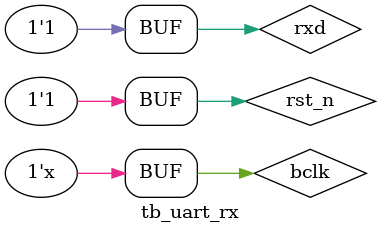
<source format=v>
`timescale 1ns / 1ps


module tb_uart_rx(

    );
    reg bclk;
    reg rst_n;
    reg rxd;

    wire rx_ready;
    wire [7:0] rx_dout;

    uart_rx uut(
        .bclk       (bclk),
        .rst_n      (rst_n),
        .rxd        (rxd),
        .rx_ready   (rx_ready),
        .rx_dout    (rx_dout)
    );

    initial begin
        bclk = 0;
        rst_n = 0;
        rxd = 1;

        #100 begin
            rst_n = 1;
            rxd = 0;
        end

        #640 rxd = 1;
    end
    always #10 bclk = ~bclk;
endmodule

</source>
